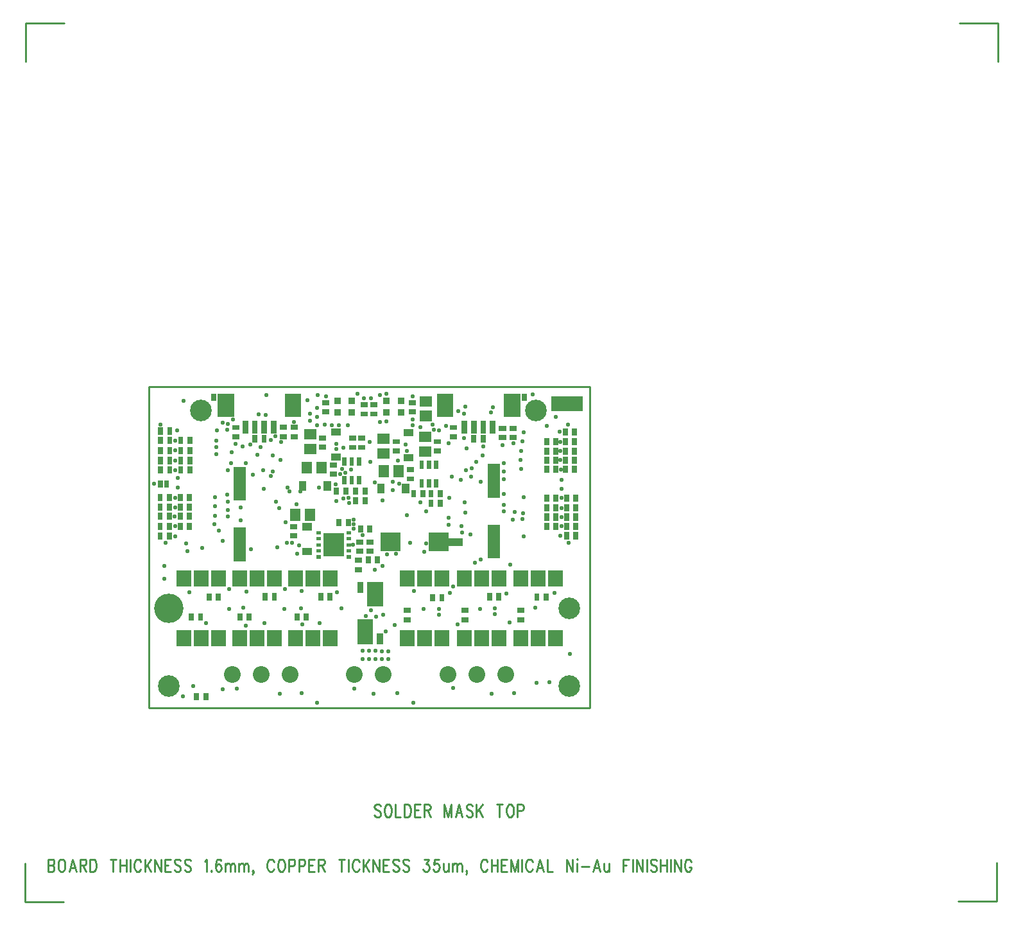
<source format=gbr>
*
*
G04 PADS Layout (Build Number 2007.21.1) generated Gerber (RS-274-X) file*
G04 PC Version=2.1*
*
%IN "2FOC-001.pcb"*%
*
%MOIN*%
*
%FSLAX35Y35*%
*
*
*
*
G04 PC Standard Apertures*
*
*
G04 Thermal Relief Aperture macro.*
%AMTER*
1,1,$1,0,0*
1,0,$1-$2,0,0*
21,0,$3,$4,0,0,45*
21,0,$3,$4,0,0,135*
%
*
*
G04 Annular Aperture macro.*
%AMANN*
1,1,$1,0,0*
1,0,$2,0,0*
%
*
*
G04 Odd Aperture macro.*
%AMODD*
1,1,$1,0,0*
1,0,$1-0.005,0,0*
%
*
*
G04 PC Custom Aperture Macros*
*
*
*
*
*
*
G04 PC Aperture Table*
*
%ADD010C,0.01*%
%ADD050R,0.026X0.026*%
%ADD054R,0.034X0.034*%
%ADD057R,0.062X0.062*%
%ADD058C,0.112*%
%ADD060R,0.054X0.054*%
%ADD061R,0.077X0.077*%
%ADD062C,0.087*%
%ADD069R,0.078X0.078*%
%ADD070C,0.001*%
%ADD103C,0.152*%
%ADD104R,0.02956X0.02956*%
%ADD105R,0.08468X0.08468*%
%ADD106R,0.03783X0.03783*%
%ADD107R,0.02287X0.02287*%
%ADD108R,0.01775X0.01775*%
%ADD109R,0.10436X0.10436*%
%ADD110R,0.09649X0.09649*%
%ADD111R,0.08192X0.08192*%
%ADD112R,0.03192X0.03192*%
%ADD113R,0.042X0.042*%
%ADD114C,0.02169*%
*
*
*
*
G04 PC Circuitry*
G04 Layer Name 2FOC-001.pcb - circuitry*
%LPD*%
*
*
G04 PC Custom Flashes*
G04 Layer Name 2FOC-001.pcb - flashes*
%LPD*%
*
*
G04 PC Circuitry*
G04 Layer Name 2FOC-001.pcb - circuitry*
%LPD*%
*
G54D10*
G01X345272Y406327D02*
X344817Y406952D01*
X344136Y407265*
X343227*
X342545Y406952*
X342090Y406327*
Y405702*
X342317Y405077*
X342545Y404765*
X342999Y404452*
X344363Y403827*
X344817Y403515*
X345045Y403202*
X345272Y402577*
Y401640*
X344817Y401015*
X344136Y400702*
X343227*
X342545Y401015*
X342090Y401640*
X348681Y407265D02*
X348227Y406952D01*
X347772Y406327*
X347545Y405702*
X347317Y404765*
Y403202*
X347545Y402265*
X347772Y401640*
X348227Y401015*
X348681Y400702*
X349590*
X350045Y401015*
X350499Y401640*
X350727Y402265*
X350954Y403202*
Y404765*
X350727Y405702*
X350499Y406327*
X350045Y406952*
X349590Y407265*
X348681*
X352999D02*
Y400702D01*
X355727*
X357772Y407265D02*
Y400702D01*
Y407265D02*
X359363D01*
X360045Y406952*
X360499Y406327*
X360727Y405702*
X360954Y404765*
Y403202*
X360727Y402265*
X360499Y401640*
X360045Y401015*
X359363Y400702*
X357772*
X362999Y407265D02*
Y400702D01*
Y407265D02*
X365954D01*
X362999Y404140D02*
X364817D01*
X362999Y400702D02*
X365954D01*
X367999Y407265D02*
Y400702D01*
Y407265D02*
X370045D01*
X370727Y406952*
X370954Y406640*
X371181Y406015*
Y405390*
X370954Y404765*
X370727Y404452*
X370045Y404140*
X367999*
X369590D02*
X371181Y400702D01*
X378454Y407265D02*
Y400702D01*
Y407265D02*
X380272Y400702D01*
X382090Y407265D02*
X380272Y400702D01*
X382090Y407265D02*
Y400702D01*
X385954Y407265D02*
X384136Y400702D01*
X385954Y407265D02*
X387772Y400702D01*
X384817Y402890D02*
X387090D01*
X392999Y406327D02*
X392545Y406952D01*
X391863Y407265*
X390954*
X390272Y406952*
X389817Y406327*
Y405702*
X390045Y405077*
X390272Y404765*
X390727Y404452*
X392090Y403827*
X392545Y403515*
X392772Y403202*
X392999Y402577*
Y401640*
X392545Y401015*
X391863Y400702*
X390954*
X390272Y401015*
X389817Y401640*
X395045Y407265D02*
Y400702D01*
X398227Y407265D02*
X395045Y402890D01*
X396181Y404452D02*
X398227Y400702D01*
X407090Y407265D02*
Y400702D01*
X405499Y407265D02*
X408681D01*
X412090D02*
X411636Y406952D01*
X411181Y406327*
X410954Y405702*
X410727Y404765*
Y403202*
X410954Y402265*
X411181Y401640*
X411636Y401015*
X412090Y400702*
X412999*
X413454Y401015*
X413908Y401640*
X414136Y402265*
X414363Y403202*
Y404765*
X414136Y405702*
X413908Y406327*
X413454Y406952*
X412999Y407265*
X412090*
X416408D02*
Y400702D01*
Y407265D02*
X418454D01*
X419136Y406952*
X419363Y406640*
X419590Y406015*
Y405077*
X419363Y404452*
X419136Y404140*
X418454Y403827*
X416408*
X172602Y378722D02*
Y372159D01*
Y378722D02*
X174647D01*
X175329Y378409*
X175557Y378097*
X175784Y377472*
Y376847*
X175557Y376222*
X175329Y375909*
X174647Y375597*
X172602D02*
X174647D01*
X175329Y375284*
X175557Y374972*
X175784Y374347*
Y373409*
X175557Y372784*
X175329Y372472*
X174647Y372159*
X172602*
X179193Y378722D02*
X178738Y378409D01*
X178284Y377784*
X178057Y377159*
X177829Y376222*
Y374659*
X178057Y373722*
X178284Y373097*
X178738Y372472*
X179193Y372159*
X180102*
X180557Y372472*
X181011Y373097*
X181238Y373722*
X181466Y374659*
Y376222*
X181238Y377159*
X181011Y377784*
X180557Y378409*
X180102Y378722*
X179193*
X185329D02*
X183511Y372159D01*
X185329Y378722D02*
X187147Y372159D01*
X184193Y374347D02*
X186466D01*
X189193Y378722D02*
Y372159D01*
Y378722D02*
X191238D01*
X191920Y378409*
X192147Y378097*
X192375Y377472*
Y376847*
X192147Y376222*
X191920Y375909*
X191238Y375597*
X189193*
X190784D02*
X192375Y372159D01*
X194420Y378722D02*
Y372159D01*
Y378722D02*
X196011D01*
X196693Y378409*
X197147Y377784*
X197375Y377159*
X197602Y376222*
Y374659*
X197375Y373722*
X197147Y373097*
X196693Y372472*
X196011Y372159*
X194420*
X206466Y378722D02*
Y372159D01*
X204875Y378722D02*
X208057D01*
X210102D02*
Y372159D01*
X213284Y378722D02*
Y372159D01*
X210102Y375597D02*
X213284D01*
X215329Y378722D02*
Y372159D01*
X220784Y377159D02*
X220557Y377784D01*
X220102Y378409*
X219647Y378722*
X218738*
X218284Y378409*
X217829Y377784*
X217602Y377159*
X217375Y376222*
Y374659*
X217602Y373722*
X217829Y373097*
X218284Y372472*
X218738Y372159*
X219647*
X220102Y372472*
X220557Y373097*
X220784Y373722*
X222829Y378722D02*
Y372159D01*
X226011Y378722D02*
X222829Y374347D01*
X223966Y375909D02*
X226011Y372159D01*
X228057Y378722D02*
Y372159D01*
Y378722D02*
X231238Y372159D01*
Y378722D02*
Y372159D01*
X233284Y378722D02*
Y372159D01*
Y378722D02*
X236238D01*
X233284Y375597D02*
X235102D01*
X233284Y372159D02*
X236238D01*
X241466Y377784D02*
X241011Y378409D01*
X240329Y378722*
X239420*
X238738Y378409*
X238284Y377784*
Y377159*
X238511Y376534*
X238738Y376222*
X239193Y375909*
X240557Y375284*
X241011Y374972*
X241238Y374659*
X241466Y374034*
Y373097*
X241011Y372472*
X240329Y372159*
X239420*
X238738Y372472*
X238284Y373097*
X246693Y377784D02*
X246238Y378409D01*
X245557Y378722*
X244647*
X243966Y378409*
X243511Y377784*
Y377159*
X243738Y376534*
X243966Y376222*
X244420Y375909*
X245784Y375284*
X246238Y374972*
X246466Y374659*
X246693Y374034*
Y373097*
X246238Y372472*
X245557Y372159*
X244647*
X243966Y372472*
X243511Y373097*
X253966Y377472D02*
X254420Y377784D01*
X255102Y378722*
Y372159*
X257375Y372784D02*
X257147Y372472D01*
X257375Y372159*
X257602Y372472*
X257375Y372784*
X262375Y377784D02*
X262147Y378409D01*
X261466Y378722*
X261011*
X260329Y378409*
X259875Y377472*
X259647Y375909*
Y374347*
X259875Y373097*
X260329Y372472*
X261011Y372159*
X261238*
X261920Y372472*
X262375Y373097*
X262602Y374034*
Y374347*
X262375Y375284*
X261920Y375909*
X261238Y376222*
X261011*
X260329Y375909*
X259875Y375284*
X259647Y374347*
X264647Y376534D02*
Y372159D01*
Y375284D02*
X265329Y376222D01*
X265784Y376534*
X266466*
X266920Y376222*
X267147Y375284*
Y372159*
Y375284D02*
X267829Y376222D01*
X268284Y376534*
X268966*
X269420Y376222*
X269647Y375284*
Y372159*
X271693Y376534D02*
Y372159D01*
Y375284D02*
X272375Y376222D01*
X272829Y376534*
X273511*
X273966Y376222*
X274193Y375284*
Y372159*
Y375284D02*
X274875Y376222D01*
X275329Y376534*
X276011*
X276466Y376222*
X276693Y375284*
Y372159*
X279193Y372472D02*
X278966Y372159D01*
X278738Y372472*
X278966Y372784*
X279193Y372472*
Y371847*
X278966Y371222*
X278738Y370909*
X289875Y377159D02*
X289647Y377784D01*
X289193Y378409*
X288738Y378722*
X287829*
X287375Y378409*
X286920Y377784*
X286693Y377159*
X286466Y376222*
Y374659*
X286693Y373722*
X286920Y373097*
X287375Y372472*
X287829Y372159*
X288738*
X289193Y372472*
X289647Y373097*
X289875Y373722*
X293284Y378722D02*
X292829Y378409D01*
X292375Y377784*
X292147Y377159*
X291920Y376222*
Y374659*
X292147Y373722*
X292375Y373097*
X292829Y372472*
X293284Y372159*
X294193*
X294647Y372472*
X295102Y373097*
X295329Y373722*
X295557Y374659*
Y376222*
X295329Y377159*
X295102Y377784*
X294647Y378409*
X294193Y378722*
X293284*
X297602D02*
Y372159D01*
Y378722D02*
X299647D01*
X300329Y378409*
X300557Y378097*
X300784Y377472*
Y376534*
X300557Y375909*
X300329Y375597*
X299647Y375284*
X297602*
X302829Y378722D02*
Y372159D01*
Y378722D02*
X304875D01*
X305557Y378409*
X305784Y378097*
X306011Y377472*
Y376534*
X305784Y375909*
X305557Y375597*
X304875Y375284*
X302829*
X308057Y378722D02*
Y372159D01*
Y378722D02*
X311011D01*
X308057Y375597D02*
X309875D01*
X308057Y372159D02*
X311011D01*
X313057Y378722D02*
Y372159D01*
Y378722D02*
X315102D01*
X315784Y378409*
X316011Y378097*
X316238Y377472*
Y376847*
X316011Y376222*
X315784Y375909*
X315102Y375597*
X313057*
X314647D02*
X316238Y372159D01*
X325102Y378722D02*
Y372159D01*
X323511Y378722D02*
X326693D01*
X328738D02*
Y372159D01*
X334193Y377159D02*
X333966Y377784D01*
X333511Y378409*
X333057Y378722*
X332147*
X331693Y378409*
X331238Y377784*
X331011Y377159*
X330784Y376222*
Y374659*
X331011Y373722*
X331238Y373097*
X331693Y372472*
X332147Y372159*
X333057*
X333511Y372472*
X333966Y373097*
X334193Y373722*
X336238Y378722D02*
Y372159D01*
X339420Y378722D02*
X336238Y374347D01*
X337375Y375909D02*
X339420Y372159D01*
X341466Y378722D02*
Y372159D01*
Y378722D02*
X344647Y372159D01*
Y378722D02*
Y372159D01*
X346693Y378722D02*
Y372159D01*
Y378722D02*
X349647D01*
X346693Y375597D02*
X348511D01*
X346693Y372159D02*
X349647D01*
X354875Y377784D02*
X354420Y378409D01*
X353738Y378722*
X352829*
X352147Y378409*
X351693Y377784*
Y377159*
X351920Y376534*
X352147Y376222*
X352602Y375909*
X353966Y375284*
X354420Y374972*
X354647Y374659*
X354875Y374034*
Y373097*
X354420Y372472*
X353738Y372159*
X352829*
X352147Y372472*
X351693Y373097*
X360102Y377784D02*
X359647Y378409D01*
X358966Y378722*
X358057*
X357375Y378409*
X356920Y377784*
Y377159*
X357147Y376534*
X357375Y376222*
X357829Y375909*
X359193Y375284*
X359647Y374972*
X359875Y374659*
X360102Y374034*
Y373097*
X359647Y372472*
X358966Y372159*
X358057*
X357375Y372472*
X356920Y373097*
X367829Y378722D02*
X370329D01*
X368966Y376222*
X369647*
X370102Y375909*
X370329Y375597*
X370557Y374659*
Y374034*
X370329Y373097*
X369875Y372472*
X369193Y372159*
X368511*
X367829Y372472*
X367602Y372784*
X367375Y373409*
X375557Y378722D02*
X373284D01*
X373057Y375909*
X373284Y376222*
X373966Y376534*
X374647*
X375329Y376222*
X375784Y375597*
X376011Y374659*
X375784Y374034*
X375557Y373097*
X375102Y372472*
X374420Y372159*
X373738*
X373057Y372472*
X372829Y372784*
X372602Y373409*
X378057Y376534D02*
Y373409D01*
X378284Y372472*
X378738Y372159*
X379420*
X379875Y372472*
X380557Y373409*
Y376534D02*
Y372159D01*
X382602Y376534D02*
Y372159D01*
Y375284D02*
X383284Y376222D01*
X383738Y376534*
X384420*
X384875Y376222*
X385102Y375284*
Y372159*
Y375284D02*
X385784Y376222D01*
X386238Y376534*
X386920*
X387375Y376222*
X387602Y375284*
Y372159*
X390102Y372472D02*
X389875Y372159D01*
X389647Y372472*
X389875Y372784*
X390102Y372472*
Y371847*
X389875Y371222*
X389647Y370909*
X400784Y377159D02*
X400557Y377784D01*
X400102Y378409*
X399647Y378722*
X398738*
X398284Y378409*
X397829Y377784*
X397602Y377159*
X397375Y376222*
Y374659*
X397602Y373722*
X397829Y373097*
X398284Y372472*
X398738Y372159*
X399647*
X400102Y372472*
X400557Y373097*
X400784Y373722*
X402829Y378722D02*
Y372159D01*
X406011Y378722D02*
Y372159D01*
X402829Y375597D02*
X406011D01*
X408057Y378722D02*
Y372159D01*
Y378722D02*
X411011D01*
X408057Y375597D02*
X409875D01*
X408057Y372159D02*
X411011D01*
X413057Y378722D02*
Y372159D01*
Y378722D02*
X414875Y372159D01*
X416693Y378722D02*
X414875Y372159D01*
X416693Y378722D02*
Y372159D01*
X418738Y378722D02*
Y372159D01*
X424193Y377159D02*
X423966Y377784D01*
X423511Y378409*
X423057Y378722*
X422147*
X421693Y378409*
X421238Y377784*
X421011Y377159*
X420784Y376222*
Y374659*
X421011Y373722*
X421238Y373097*
X421693Y372472*
X422147Y372159*
X423057*
X423511Y372472*
X423966Y373097*
X424193Y373722*
X428057Y378722D02*
X426238Y372159D01*
X428057Y378722D02*
X429875Y372159D01*
X426920Y374347D02*
X429193D01*
X431920Y378722D02*
Y372159D01*
X434647*
X441920Y378722D02*
Y372159D01*
Y378722D02*
X445102Y372159D01*
Y378722D02*
Y372159D01*
X447147Y378722D02*
X447375Y378409D01*
X447602Y378722*
X447375Y379034*
X447147Y378722*
X447375Y376534D02*
Y372159D01*
X449647Y374972D02*
X453738D01*
X457602Y378722D02*
X455784Y372159D01*
X457602Y378722D02*
X459420Y372159D01*
X456466Y374347D02*
X458738D01*
X461466Y376534D02*
Y373409D01*
X461693Y372472*
X462147Y372159*
X462829*
X463284Y372472*
X463966Y373409*
Y376534D02*
Y372159D01*
X471238Y378722D02*
Y372159D01*
Y378722D02*
X474193D01*
X471238Y375597D02*
X473057D01*
X476238Y378722D02*
Y372159D01*
X478284Y378722D02*
Y372159D01*
Y378722D02*
X481466Y372159D01*
Y378722D02*
Y372159D01*
X483511Y378722D02*
Y372159D01*
X488738Y377784D02*
X488284Y378409D01*
X487602Y378722*
X486693*
X486011Y378409*
X485557Y377784*
Y377159*
X485784Y376534*
X486011Y376222*
X486466Y375909*
X487829Y375284*
X488284Y374972*
X488511Y374659*
X488738Y374034*
Y373097*
X488284Y372472*
X487602Y372159*
X486693*
X486011Y372472*
X485557Y373097*
X490784Y378722D02*
Y372159D01*
X493966Y378722D02*
Y372159D01*
X490784Y375597D02*
X493966D01*
X496011Y378722D02*
Y372159D01*
X498057Y378722D02*
Y372159D01*
Y378722D02*
X501238Y372159D01*
Y378722D02*
Y372159D01*
X506693Y377159D02*
X506466Y377784D01*
X506011Y378409*
X505557Y378722*
X504647*
X504193Y378409*
X503738Y377784*
X503511Y377159*
X503284Y376222*
Y374659*
X503511Y373722*
X503738Y373097*
X504193Y372472*
X504647Y372159*
X505557*
X506011Y372472*
X506466Y373097*
X506693Y373722*
Y374659*
X505557D02*
X506693D01*
X224988Y457218D02*
X454098D01*
Y623931*
X224988*
Y457218*
X180870Y812710D02*
X160870D01*
Y792710*
X160791Y376490D02*
Y356490D01*
X180791*
X645437Y356805D02*
X665437D01*
Y376805*
X665909Y792631D02*
Y812631D01*
X645909*
G54D50*
X251774Y503893D02*
Y504993D01*
X246974Y503893D02*
Y504993D01*
X276970Y503893D02*
Y504993D01*
X272170Y503893D02*
Y504993D01*
X359711Y507795D02*
X358611D01*
X359711Y502995D02*
X358611D01*
X389711Y507795D02*
X388611D01*
X389711Y502995D02*
X388611D01*
X418711Y507795D02*
X417611D01*
X418711Y502995D02*
X417611D01*
X372367Y515032D02*
Y513932D01*
X377167Y515032D02*
Y513932D01*
X401895Y515426D02*
Y514326D01*
X406695Y515426D02*
Y514326D01*
X426501Y515229D02*
Y514129D01*
X431301Y515229D02*
Y514129D01*
X306695Y503696D02*
Y504796D01*
X301895Y503696D02*
Y504796D01*
X256226Y515229D02*
Y514129D01*
X261026Y515229D02*
Y514129D01*
X338903Y534520D02*
Y533420D01*
X343703Y534520D02*
Y533420D01*
X334372Y533811D02*
X333272D01*
X334372Y529011D02*
X333272D01*
X285359Y515426D02*
Y514326D01*
X290159Y515426D02*
Y514326D01*
X314296Y515426D02*
Y514326D01*
X319096Y515426D02*
Y514326D01*
X340475Y543260D02*
X339375D01*
X340475Y538460D02*
X339375D01*
X254530Y462554D02*
Y463654D01*
X249730Y462554D02*
Y463654D01*
X299875Y597995D02*
X300975D01*
X299875Y602795D02*
X300975D01*
X294375Y597995D02*
X295475D01*
X294375Y602795D02*
X295475D01*
X408076Y597515D02*
X409176D01*
X408076Y602315D02*
X409176D01*
X413587Y597515D02*
X414687D01*
X413587Y602315D02*
X414687D01*
X270593Y602709D02*
X269493D01*
X270593Y597909D02*
X269493D01*
X383585Y602709D02*
X382485D01*
X383585Y597909D02*
X382485D01*
X284825Y596345D02*
Y597445D01*
X280025Y596345D02*
Y597445D01*
X398561Y596345D02*
Y597445D01*
X393761Y596345D02*
Y597445D01*
X361431Y580870D02*
X360331D01*
X361431Y576070D02*
X360331D01*
X375431Y595370D02*
X374331D01*
X375431Y590570D02*
X374331D01*
X353931Y595370D02*
X352831D01*
X353931Y590570D02*
X352831D01*
X371481Y569020D02*
Y567920D01*
X376281Y569020D02*
Y567920D01*
X367281D02*
Y569020D01*
X362481Y567920D02*
Y569020D01*
X331223Y597197D02*
X330123D01*
X331223Y592397D02*
X330123D01*
X321333Y583264D02*
X320233D01*
X321333Y578464D02*
X320233D01*
X315833Y597264D02*
X314733D01*
X315833Y592464D02*
X314733D01*
X332383Y570414D02*
Y569314D01*
X337183Y570414D02*
Y569314D01*
X327183D02*
Y570414D01*
X322383Y569314D02*
Y570414D01*
X323741Y553953D02*
Y552853D01*
X328541Y553953D02*
Y552853D01*
X335160Y543260D02*
X334060D01*
X335160Y538460D02*
X334060D01*
X300691Y551303D02*
X299591D01*
X300691Y546503D02*
X299591D01*
X332383Y565414D02*
Y564314D01*
X337183Y565414D02*
Y564314D01*
X341343Y609720D02*
X342443D01*
X341343Y614520D02*
X342443D01*
X362420Y615594D02*
X361320D01*
X362420Y610794D02*
X361320D01*
X316320D02*
X317420D01*
X316320Y615594D02*
X317420D01*
X337325Y614520D02*
X336225D01*
X337325Y609720D02*
X336225D01*
X371481Y564020D02*
Y562920D01*
X376281Y564020D02*
Y562920D01*
X246065Y556058D02*
Y557158D01*
X241265Y556058D02*
Y557158D01*
X246065Y560782D02*
Y561882D01*
X241265Y560782D02*
Y561882D01*
X246065Y565704D02*
Y566804D01*
X241265Y565704D02*
Y566804D01*
X246065Y550940D02*
Y552040D01*
X241265Y550940D02*
Y552040D01*
X230832Y566804D02*
Y565704D01*
X235632Y566804D02*
Y565704D01*
X230832Y561882D02*
Y560782D01*
X235632Y561882D02*
Y560782D01*
X230832Y557158D02*
Y556058D01*
X235632Y557158D02*
Y556058D01*
X230832Y552040D02*
Y550940D01*
X235632Y552040D02*
Y550940D01*
X246262Y595428D02*
Y596528D01*
X241462Y595428D02*
Y596528D01*
X246262Y590310D02*
Y591410D01*
X241462Y590310D02*
Y591410D01*
X246262Y584995D02*
Y586095D01*
X241462Y584995D02*
Y586095D01*
X246262Y580074D02*
Y581174D01*
X241462Y580074D02*
Y581174D01*
X235829Y595428D02*
Y596528D01*
X231029Y595428D02*
Y596528D01*
X235829Y590310D02*
Y591410D01*
X231029Y590310D02*
Y591410D01*
X235829Y584995D02*
Y586095D01*
X231029Y584995D02*
Y586095D01*
X235829Y580074D02*
Y581174D01*
X231029Y580074D02*
Y581174D01*
X334966Y550662D02*
Y549562D01*
X339766Y550662D02*
Y549562D01*
X335947Y597197D02*
X334847D01*
X335947Y592397D02*
X334847D01*
X431619Y552040D02*
Y550940D01*
X436419Y552040D02*
Y550940D01*
X431619Y556764D02*
Y555664D01*
X436419Y556764D02*
Y555664D01*
X431619Y561489D02*
Y560389D01*
X436419Y561489D02*
Y560389D01*
X431619Y566607D02*
Y565507D01*
X436419Y566607D02*
Y565507D01*
X431619Y591016D02*
Y589916D01*
X436419Y591016D02*
Y589916D01*
X431619Y586292D02*
Y585192D01*
X436419Y586292D02*
Y585192D01*
X431619Y581567D02*
Y580467D01*
X436419Y581567D02*
Y580467D01*
X431619Y595937D02*
Y594837D01*
X436419Y595937D02*
Y594837D01*
X441856Y552040D02*
Y550940D01*
X446656Y552040D02*
Y550940D01*
X441856Y556764D02*
Y555664D01*
X446656Y556764D02*
Y555664D01*
X441856Y561489D02*
Y560389D01*
X446656Y561489D02*
Y560389D01*
X441265Y581567D02*
Y580467D01*
X446065Y581567D02*
Y580467D01*
X441856Y566607D02*
Y565507D01*
X446656Y566607D02*
Y565507D01*
X441265Y586292D02*
Y585192D01*
X446065Y586292D02*
Y585192D01*
X441265Y591016D02*
Y589916D01*
X446065Y591016D02*
Y589916D01*
X441265Y595937D02*
Y594837D01*
X446065Y595937D02*
Y594837D01*
X446656Y546019D02*
Y547119D01*
X441856Y546019D02*
Y547119D01*
X230832Y546922D02*
Y545822D01*
X235632Y546922D02*
Y545822D01*
X446065Y599956D02*
Y601056D01*
X441265Y599956D02*
Y601056D01*
X231029Y601449D02*
Y600349D01*
X235829Y601449D02*
Y600349D01*
X261869Y617780D02*
Y618880D01*
X258719Y617780D02*
Y618880D01*
X416790D02*
Y617780D01*
X419940Y618880D02*
Y617780D01*
X234113Y572898D02*
Y573998D01*
X230963Y572898D02*
Y573998D01*
G54D54*
X355870Y616694D03*
Y610694D03*
X348370Y616694D03*
Y610694D03*
X330370Y616694D03*
Y610694D03*
X322870Y616644D03*
Y610644D03*
G54D57*
X272208Y579198D02*
Y567876D01*
Y547702D02*
Y536380D01*
X404098Y580773D02*
Y569450D01*
Y549277D02*
Y537954D01*
G54D58*
X251933Y611395D03*
X425948D03*
X235161Y468395D03*
X443161D03*
Y508895D03*
G54D60*
X368781Y597770D02*
X367981D01*
X368781Y590170D02*
X367981D01*
X354681Y579570D02*
Y580370D01*
X347081Y579570D02*
Y580370D01*
X347281Y596770D02*
X346481D01*
X347281Y589170D02*
X346481D01*
X309183Y599164D02*
X308383D01*
X309183Y591564D02*
X308383D01*
X314583Y581464D02*
Y582264D01*
X306983Y581464D02*
Y582264D01*
X301085Y557795D02*
Y556995D01*
X308685Y557795D02*
Y556995D01*
X369262Y616313D02*
X368462D01*
X369262Y608713D02*
X368462D01*
G54D61*
X243161Y492945D02*
Y493845D01*
X252161Y492945D02*
Y493845D01*
X261161Y492945D02*
Y493845D01*
X272161Y492945D02*
Y493845D01*
X281161Y492945D02*
Y493845D01*
X290161Y492945D02*
Y493845D01*
X301161Y492945D02*
Y493845D01*
X310161Y492945D02*
Y493845D01*
X319161Y492945D02*
Y493845D01*
X261161Y524845D02*
Y523945D01*
X252161Y524845D02*
Y523945D01*
X243161Y524845D02*
Y523945D01*
X290161Y524845D02*
Y523945D01*
X281161Y524845D02*
Y523945D01*
X272161Y524845D02*
Y523945D01*
X319161Y524845D02*
Y523945D01*
X310161Y524845D02*
Y523945D01*
X301161Y524845D02*
Y523945D01*
X359161Y492945D02*
Y493845D01*
X368161Y492945D02*
Y493845D01*
X377161Y492945D02*
Y493845D01*
X388661Y492945D02*
Y493845D01*
X397661Y492945D02*
Y493845D01*
X406661Y492945D02*
Y493845D01*
X418161Y492945D02*
Y493845D01*
X427161Y492945D02*
Y493845D01*
X436161Y492945D02*
Y493845D01*
X377161Y524845D02*
Y523945D01*
X368161Y524845D02*
Y523945D01*
X359161Y524845D02*
Y523945D01*
X406661Y524845D02*
Y523945D01*
X397661Y524845D02*
Y523945D01*
X388661Y524845D02*
Y523945D01*
X436161Y524845D02*
Y523945D01*
X427161Y524845D02*
Y523945D01*
X418161Y524845D02*
Y523945D01*
G54D62*
X331661Y474395D03*
X346661D03*
X268161D03*
X283161D03*
X298161D03*
X380161D03*
X395161D03*
X410161D03*
G54D69*
X437890Y615072D02*
X446290D01*
G54D70*
G54D103*
X235161Y508895D03*
G54D104*
X289807Y604667D02*
Y601124D01*
X284885Y604667D02*
Y601124D01*
X279964Y604667D02*
Y601124D01*
X275043Y604667D02*
Y601124D01*
X403543Y604667D02*
Y601124D01*
X398622Y604667D02*
Y601124D01*
X393700Y604667D02*
Y601124D01*
X388779Y604667D02*
Y601124D01*
G54D105*
X299846Y616084D02*
Y612541D01*
X265004Y616084D02*
Y612541D01*
X413582Y616084D02*
Y612541D01*
X378740Y616084D02*
Y612541D01*
G54D106*
X345381Y570360D02*
Y571580D01*
X358256Y570360D02*
Y571580D01*
X359271Y599970D02*
X360492D01*
X359271Y587096D02*
X360492D01*
X321673Y600364D02*
X322893D01*
X321673Y587490D02*
X322893D01*
X304783Y571754D02*
Y572974D01*
X317657Y571754D02*
Y572974D01*
X307752Y538403D02*
X306531D01*
X307752Y551277D02*
X306531D01*
G54D107*
X366641Y572624D02*
Y574671D01*
X370381Y572624D02*
Y574671D01*
X374122Y572624D02*
Y574671D01*
Y582269D02*
Y584317D01*
X370381Y582269D02*
Y584317D01*
X366641Y582269D02*
Y584317D01*
X326543Y574517D02*
Y576565D01*
X330283Y574517D02*
Y576565D01*
X334023Y574517D02*
Y576565D01*
Y584163D02*
Y586210D01*
X330283Y584163D02*
Y586210D01*
X326543Y584163D02*
Y586210D01*
G54D108*
X312702Y548106D02*
X313490D01*
X312702Y544956D02*
X313490D01*
X312702Y541806D02*
X313490D01*
X312702Y538657D02*
X313490D01*
X312702Y535507D02*
X313490D01*
X328450D02*
X329238D01*
X328450Y538657D02*
X329238D01*
X328450Y541806D02*
X329238D01*
X328450Y544956D02*
X329238D01*
X328450Y548106D02*
X329238D01*
G54D109*
X320970Y542594D02*
Y541019D01*
G54D110*
X349964Y543419D02*
X350752D01*
X375161D02*
X375948D01*
G54D111*
X337256Y494446D02*
Y498974D01*
X342460Y513844D02*
Y518372D01*
G54D112*
X344952Y491927D02*
Y494446D01*
X334759Y518368D02*
Y520887D01*
G54D113*
X382094Y543222D03*
X385945D03*
G54D114*
X242484Y463104D03*
X247996Y468419D03*
X263350Y467041D03*
X270633Y467238D03*
X304295Y464876D03*
X292878Y464679D03*
X312366Y459757D03*
X331657Y467238D03*
X341696Y464482D03*
X354098Y464876D03*
X362366Y459954D03*
X382838Y467435D03*
X402917Y464679D03*
X414728Y464876D03*
X426145Y470191D03*
X433035Y470584D03*
X346027Y486529D03*
X342484Y486726D03*
X339137D03*
X335988D03*
Y482395D03*
X339137D03*
X342484D03*
X346027D03*
X347996Y496962D03*
X349374Y486529D03*
Y482395D03*
X443665Y485151D03*
X245830Y517238D03*
X254689Y501096D03*
X266500Y508576D03*
X275358Y499915D03*
X273980Y509364D03*
X284807Y501096D03*
X275555Y517435D03*
X304492Y500506D03*
X303901Y508773D03*
X304295Y517828D03*
X295437Y508576D03*
X313744Y501096D03*
X324964Y508773D03*
X322602Y517238D03*
X337563Y504836D03*
X342878Y504639D03*
X340319Y507986D03*
X346618Y505624D03*
X352720Y500112D03*
X362563Y517828D03*
X385397Y500506D03*
X375752Y508576D03*
Y505427D03*
X367681Y508576D03*
X381460Y517041D03*
X396815Y508576D03*
X404689Y505820D03*
Y508970D03*
X412169Y501490D03*
X410594Y516647D03*
X425752Y509167D03*
X435594Y517041D03*
X232838Y524324D03*
Y530820D03*
X266696Y519009D03*
X301933Y537120D03*
X295633Y518813D03*
X342287Y528852D03*
X346421Y530820D03*
X348586Y536923D03*
X353311Y537120D03*
X367878Y538104D03*
X383035Y520191D03*
X394452Y532395D03*
X397405Y534364D03*
X412759Y531411D03*
X244256Y542631D03*
X245043Y538498D03*
X238547Y551490D03*
X233626Y543025D03*
X238350Y556608D03*
X238547Y546372D03*
X252720Y540269D03*
X259019Y552474D03*
X259216Y556805D03*
X261185Y549324D03*
X263350Y544009D03*
X266106Y556608D03*
X272799Y554639D03*
X277917Y539482D03*
X291500Y540663D03*
X302917Y541647D03*
X299177Y542828D03*
X296027Y553458D03*
X296618Y543025D03*
X335988Y546765D03*
X331263Y554836D03*
X330870Y541844D03*
X331263Y552474D03*
Y550112D03*
X358822Y557198D03*
X360594Y543025D03*
X368862Y542435D03*
X380673Y552277D03*
X387366Y551687D03*
X380673Y555820D03*
X387563Y548143D03*
X391893Y547356D03*
X419452Y558380D03*
X419059Y555230D03*
X413941Y554836D03*
X419649Y546372D03*
X439137Y556214D03*
Y551490D03*
X442878Y543025D03*
X438547Y546569D03*
X227523Y573537D03*
X238547Y566254D03*
Y561332D03*
X239925Y576490D03*
Y571569D03*
X259216Y566647D03*
Y561923D03*
X265909Y564285D03*
X265712Y567828D03*
X265909Y559954D03*
X284610Y570978D03*
X272799Y561135D03*
X279098Y578261D03*
X301539Y562907D03*
X292681Y560742D03*
X291106Y564285D03*
X303704Y569600D03*
X297996Y569403D03*
X297011Y571569D03*
X288350Y577474D03*
X321815Y573340D03*
X325948Y565860D03*
X322405Y564679D03*
X313153Y571569D03*
X328507Y566057D03*
X342287Y574324D03*
X346224Y564876D03*
X329098Y563498D03*
X351736Y574521D03*
Y570387D03*
X354885Y573537D03*
X365909Y563891D03*
X382248Y577277D03*
X380870Y566057D03*
X368862Y559167D03*
X386972Y575506D03*
X397208Y574521D03*
X388941Y563891D03*
X389137Y558576D03*
X392287Y577277D03*
X419649Y566647D03*
X415122Y558773D03*
X409413Y559167D03*
Y562710D03*
Y568222D03*
X409216Y575899D03*
X439137Y560939D03*
Y566057D03*
Y570781D03*
Y575506D03*
X238744Y580624D03*
Y585545D03*
Y590860D03*
Y595978D03*
X259807Y588891D03*
X260004Y592631D03*
X259807Y595978D03*
X266106Y580427D03*
X267878Y589876D03*
X281460Y588498D03*
X277523Y593813D03*
X270043Y594206D03*
X284413Y580427D03*
X282838Y592631D03*
X273783Y593025D03*
X267681Y584364D03*
X275358D03*
X289137Y580033D03*
X293665Y595191D03*
X289137Y588104D03*
X288153Y596175D03*
X290712Y598143D03*
X293271Y585742D03*
X325161Y581214D03*
X324177Y578655D03*
X326933Y579246D03*
X322405Y591647D03*
Y594206D03*
X325948Y592238D03*
X330082Y580820D03*
X339925Y584954D03*
X339728Y595387D03*
X354295Y585545D03*
X358232Y593813D03*
X358822Y590663D03*
X380476Y594600D03*
X392484Y581608D03*
X389531Y580427D03*
X395043Y584954D03*
X398193Y588301D03*
X398586Y593025D03*
X390122Y591844D03*
X388744Y597356D03*
X418468Y581214D03*
X414137Y594600D03*
X418271Y590663D03*
X418074Y585939D03*
X418862Y595584D03*
X408626Y593616D03*
X409216Y584167D03*
Y580033D03*
X438941Y581017D03*
X438744Y590466D03*
Y585742D03*
Y595387D03*
X231067Y604246D03*
X239531Y601096D03*
X243074Y616450D03*
X265909Y604443D03*
X263350Y605230D03*
X265712Y601687D03*
X260397Y601096D03*
X281854Y609561D03*
X268665Y606805D03*
X285791Y609167D03*
X300161Y605624D03*
X307248Y617041D03*
X312366Y604049D03*
X308626Y606214D03*
X312366Y608380D03*
X312169Y612907D03*
X308626Y609954D03*
X323586Y604049D03*
X320043D03*
X316303Y604246D03*
X336775Y617828D03*
X328311Y603852D03*
X344846Y605624D03*
X340319Y617828D03*
X366106Y602868D03*
X361972Y606805D03*
X348389Y606017D03*
X361972Y603852D03*
X379295Y603655D03*
X372405Y604246D03*
X372996Y601687D03*
X375752Y601096D03*
X385594Y611332D03*
X388744Y609757D03*
X402720Y610545D03*
X403507Y613104D03*
X389334Y613498D03*
X419649Y600309D03*
X438153Y600506D03*
X442681Y604246D03*
X436381Y608183D03*
X431657Y603458D03*
X285988Y619600D03*
X312563Y619403D03*
X317090Y618813D03*
X344846Y619600D03*
X333232Y620191D03*
X348193D03*
X361972Y618813D03*
X424374Y619797D03*
X0Y0D02*
M02*

</source>
